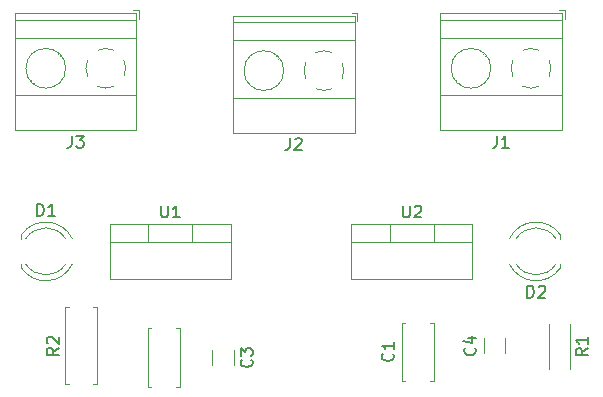
<source format=gbr>
%TF.GenerationSoftware,KiCad,Pcbnew,8.0.6*%
%TF.CreationDate,2024-11-04T14:24:17-05:00*%
%TF.ProjectId,Voltage regulator 5 and 9V,566f6c74-6167-4652-9072-6567756c6174,rev?*%
%TF.SameCoordinates,Original*%
%TF.FileFunction,Legend,Top*%
%TF.FilePolarity,Positive*%
%FSLAX46Y46*%
G04 Gerber Fmt 4.6, Leading zero omitted, Abs format (unit mm)*
G04 Created by KiCad (PCBNEW 8.0.6) date 2024-11-04 14:24:17*
%MOMM*%
%LPD*%
G01*
G04 APERTURE LIST*
%ADD10C,0.150000*%
%ADD11C,0.120000*%
G04 APERTURE END LIST*
D10*
X148738095Y-69629819D02*
X148738095Y-70439342D01*
X148738095Y-70439342D02*
X148785714Y-70534580D01*
X148785714Y-70534580D02*
X148833333Y-70582200D01*
X148833333Y-70582200D02*
X148928571Y-70629819D01*
X148928571Y-70629819D02*
X149119047Y-70629819D01*
X149119047Y-70629819D02*
X149214285Y-70582200D01*
X149214285Y-70582200D02*
X149261904Y-70534580D01*
X149261904Y-70534580D02*
X149309523Y-70439342D01*
X149309523Y-70439342D02*
X149309523Y-69629819D01*
X149738095Y-69725057D02*
X149785714Y-69677438D01*
X149785714Y-69677438D02*
X149880952Y-69629819D01*
X149880952Y-69629819D02*
X150119047Y-69629819D01*
X150119047Y-69629819D02*
X150214285Y-69677438D01*
X150214285Y-69677438D02*
X150261904Y-69725057D01*
X150261904Y-69725057D02*
X150309523Y-69820295D01*
X150309523Y-69820295D02*
X150309523Y-69915533D01*
X150309523Y-69915533D02*
X150261904Y-70058390D01*
X150261904Y-70058390D02*
X149690476Y-70629819D01*
X149690476Y-70629819D02*
X150309523Y-70629819D01*
X128278095Y-69629819D02*
X128278095Y-70439342D01*
X128278095Y-70439342D02*
X128325714Y-70534580D01*
X128325714Y-70534580D02*
X128373333Y-70582200D01*
X128373333Y-70582200D02*
X128468571Y-70629819D01*
X128468571Y-70629819D02*
X128659047Y-70629819D01*
X128659047Y-70629819D02*
X128754285Y-70582200D01*
X128754285Y-70582200D02*
X128801904Y-70534580D01*
X128801904Y-70534580D02*
X128849523Y-70439342D01*
X128849523Y-70439342D02*
X128849523Y-69629819D01*
X129849523Y-70629819D02*
X129278095Y-70629819D01*
X129563809Y-70629819D02*
X129563809Y-69629819D01*
X129563809Y-69629819D02*
X129468571Y-69772676D01*
X129468571Y-69772676D02*
X129373333Y-69867914D01*
X129373333Y-69867914D02*
X129278095Y-69915533D01*
X119584819Y-81666666D02*
X119108628Y-81999999D01*
X119584819Y-82238094D02*
X118584819Y-82238094D01*
X118584819Y-82238094D02*
X118584819Y-81857142D01*
X118584819Y-81857142D02*
X118632438Y-81761904D01*
X118632438Y-81761904D02*
X118680057Y-81714285D01*
X118680057Y-81714285D02*
X118775295Y-81666666D01*
X118775295Y-81666666D02*
X118918152Y-81666666D01*
X118918152Y-81666666D02*
X119013390Y-81714285D01*
X119013390Y-81714285D02*
X119061009Y-81761904D01*
X119061009Y-81761904D02*
X119108628Y-81857142D01*
X119108628Y-81857142D02*
X119108628Y-82238094D01*
X118680057Y-81285713D02*
X118632438Y-81238094D01*
X118632438Y-81238094D02*
X118584819Y-81142856D01*
X118584819Y-81142856D02*
X118584819Y-80904761D01*
X118584819Y-80904761D02*
X118632438Y-80809523D01*
X118632438Y-80809523D02*
X118680057Y-80761904D01*
X118680057Y-80761904D02*
X118775295Y-80714285D01*
X118775295Y-80714285D02*
X118870533Y-80714285D01*
X118870533Y-80714285D02*
X119013390Y-80761904D01*
X119013390Y-80761904D02*
X119584819Y-81333332D01*
X119584819Y-81333332D02*
X119584819Y-80714285D01*
X164374819Y-81706666D02*
X163898628Y-82039999D01*
X164374819Y-82278094D02*
X163374819Y-82278094D01*
X163374819Y-82278094D02*
X163374819Y-81897142D01*
X163374819Y-81897142D02*
X163422438Y-81801904D01*
X163422438Y-81801904D02*
X163470057Y-81754285D01*
X163470057Y-81754285D02*
X163565295Y-81706666D01*
X163565295Y-81706666D02*
X163708152Y-81706666D01*
X163708152Y-81706666D02*
X163803390Y-81754285D01*
X163803390Y-81754285D02*
X163851009Y-81801904D01*
X163851009Y-81801904D02*
X163898628Y-81897142D01*
X163898628Y-81897142D02*
X163898628Y-82278094D01*
X164374819Y-80754285D02*
X164374819Y-81325713D01*
X164374819Y-81039999D02*
X163374819Y-81039999D01*
X163374819Y-81039999D02*
X163517676Y-81135237D01*
X163517676Y-81135237D02*
X163612914Y-81230475D01*
X163612914Y-81230475D02*
X163660533Y-81325713D01*
X120706666Y-63714819D02*
X120706666Y-64429104D01*
X120706666Y-64429104D02*
X120659047Y-64571961D01*
X120659047Y-64571961D02*
X120563809Y-64667200D01*
X120563809Y-64667200D02*
X120420952Y-64714819D01*
X120420952Y-64714819D02*
X120325714Y-64714819D01*
X121087619Y-63714819D02*
X121706666Y-63714819D01*
X121706666Y-63714819D02*
X121373333Y-64095771D01*
X121373333Y-64095771D02*
X121516190Y-64095771D01*
X121516190Y-64095771D02*
X121611428Y-64143390D01*
X121611428Y-64143390D02*
X121659047Y-64191009D01*
X121659047Y-64191009D02*
X121706666Y-64286247D01*
X121706666Y-64286247D02*
X121706666Y-64524342D01*
X121706666Y-64524342D02*
X121659047Y-64619580D01*
X121659047Y-64619580D02*
X121611428Y-64667200D01*
X121611428Y-64667200D02*
X121516190Y-64714819D01*
X121516190Y-64714819D02*
X121230476Y-64714819D01*
X121230476Y-64714819D02*
X121135238Y-64667200D01*
X121135238Y-64667200D02*
X121087619Y-64619580D01*
X139171666Y-63909819D02*
X139171666Y-64624104D01*
X139171666Y-64624104D02*
X139124047Y-64766961D01*
X139124047Y-64766961D02*
X139028809Y-64862200D01*
X139028809Y-64862200D02*
X138885952Y-64909819D01*
X138885952Y-64909819D02*
X138790714Y-64909819D01*
X139600238Y-64005057D02*
X139647857Y-63957438D01*
X139647857Y-63957438D02*
X139743095Y-63909819D01*
X139743095Y-63909819D02*
X139981190Y-63909819D01*
X139981190Y-63909819D02*
X140076428Y-63957438D01*
X140076428Y-63957438D02*
X140124047Y-64005057D01*
X140124047Y-64005057D02*
X140171666Y-64100295D01*
X140171666Y-64100295D02*
X140171666Y-64195533D01*
X140171666Y-64195533D02*
X140124047Y-64338390D01*
X140124047Y-64338390D02*
X139552619Y-64909819D01*
X139552619Y-64909819D02*
X140171666Y-64909819D01*
X156706666Y-63714819D02*
X156706666Y-64429104D01*
X156706666Y-64429104D02*
X156659047Y-64571961D01*
X156659047Y-64571961D02*
X156563809Y-64667200D01*
X156563809Y-64667200D02*
X156420952Y-64714819D01*
X156420952Y-64714819D02*
X156325714Y-64714819D01*
X157706666Y-64714819D02*
X157135238Y-64714819D01*
X157420952Y-64714819D02*
X157420952Y-63714819D01*
X157420952Y-63714819D02*
X157325714Y-63857676D01*
X157325714Y-63857676D02*
X157230476Y-63952914D01*
X157230476Y-63952914D02*
X157135238Y-64000533D01*
X159266905Y-77414819D02*
X159266905Y-76414819D01*
X159266905Y-76414819D02*
X159505000Y-76414819D01*
X159505000Y-76414819D02*
X159647857Y-76462438D01*
X159647857Y-76462438D02*
X159743095Y-76557676D01*
X159743095Y-76557676D02*
X159790714Y-76652914D01*
X159790714Y-76652914D02*
X159838333Y-76843390D01*
X159838333Y-76843390D02*
X159838333Y-76986247D01*
X159838333Y-76986247D02*
X159790714Y-77176723D01*
X159790714Y-77176723D02*
X159743095Y-77271961D01*
X159743095Y-77271961D02*
X159647857Y-77367200D01*
X159647857Y-77367200D02*
X159505000Y-77414819D01*
X159505000Y-77414819D02*
X159266905Y-77414819D01*
X160219286Y-76510057D02*
X160266905Y-76462438D01*
X160266905Y-76462438D02*
X160362143Y-76414819D01*
X160362143Y-76414819D02*
X160600238Y-76414819D01*
X160600238Y-76414819D02*
X160695476Y-76462438D01*
X160695476Y-76462438D02*
X160743095Y-76510057D01*
X160743095Y-76510057D02*
X160790714Y-76605295D01*
X160790714Y-76605295D02*
X160790714Y-76700533D01*
X160790714Y-76700533D02*
X160743095Y-76843390D01*
X160743095Y-76843390D02*
X160171667Y-77414819D01*
X160171667Y-77414819D02*
X160790714Y-77414819D01*
X117756905Y-70494819D02*
X117756905Y-69494819D01*
X117756905Y-69494819D02*
X117995000Y-69494819D01*
X117995000Y-69494819D02*
X118137857Y-69542438D01*
X118137857Y-69542438D02*
X118233095Y-69637676D01*
X118233095Y-69637676D02*
X118280714Y-69732914D01*
X118280714Y-69732914D02*
X118328333Y-69923390D01*
X118328333Y-69923390D02*
X118328333Y-70066247D01*
X118328333Y-70066247D02*
X118280714Y-70256723D01*
X118280714Y-70256723D02*
X118233095Y-70351961D01*
X118233095Y-70351961D02*
X118137857Y-70447200D01*
X118137857Y-70447200D02*
X117995000Y-70494819D01*
X117995000Y-70494819D02*
X117756905Y-70494819D01*
X119280714Y-70494819D02*
X118709286Y-70494819D01*
X118995000Y-70494819D02*
X118995000Y-69494819D01*
X118995000Y-69494819D02*
X118899762Y-69637676D01*
X118899762Y-69637676D02*
X118804524Y-69732914D01*
X118804524Y-69732914D02*
X118709286Y-69780533D01*
X154809580Y-81666666D02*
X154857200Y-81714285D01*
X154857200Y-81714285D02*
X154904819Y-81857142D01*
X154904819Y-81857142D02*
X154904819Y-81952380D01*
X154904819Y-81952380D02*
X154857200Y-82095237D01*
X154857200Y-82095237D02*
X154761961Y-82190475D01*
X154761961Y-82190475D02*
X154666723Y-82238094D01*
X154666723Y-82238094D02*
X154476247Y-82285713D01*
X154476247Y-82285713D02*
X154333390Y-82285713D01*
X154333390Y-82285713D02*
X154142914Y-82238094D01*
X154142914Y-82238094D02*
X154047676Y-82190475D01*
X154047676Y-82190475D02*
X153952438Y-82095237D01*
X153952438Y-82095237D02*
X153904819Y-81952380D01*
X153904819Y-81952380D02*
X153904819Y-81857142D01*
X153904819Y-81857142D02*
X153952438Y-81714285D01*
X153952438Y-81714285D02*
X154000057Y-81666666D01*
X154238152Y-80809523D02*
X154904819Y-80809523D01*
X153857200Y-81047618D02*
X154571485Y-81285713D01*
X154571485Y-81285713D02*
X154571485Y-80666666D01*
X135909580Y-82666666D02*
X135957200Y-82714285D01*
X135957200Y-82714285D02*
X136004819Y-82857142D01*
X136004819Y-82857142D02*
X136004819Y-82952380D01*
X136004819Y-82952380D02*
X135957200Y-83095237D01*
X135957200Y-83095237D02*
X135861961Y-83190475D01*
X135861961Y-83190475D02*
X135766723Y-83238094D01*
X135766723Y-83238094D02*
X135576247Y-83285713D01*
X135576247Y-83285713D02*
X135433390Y-83285713D01*
X135433390Y-83285713D02*
X135242914Y-83238094D01*
X135242914Y-83238094D02*
X135147676Y-83190475D01*
X135147676Y-83190475D02*
X135052438Y-83095237D01*
X135052438Y-83095237D02*
X135004819Y-82952380D01*
X135004819Y-82952380D02*
X135004819Y-82857142D01*
X135004819Y-82857142D02*
X135052438Y-82714285D01*
X135052438Y-82714285D02*
X135100057Y-82666666D01*
X135004819Y-82333332D02*
X135004819Y-81714285D01*
X135004819Y-81714285D02*
X135385771Y-82047618D01*
X135385771Y-82047618D02*
X135385771Y-81904761D01*
X135385771Y-81904761D02*
X135433390Y-81809523D01*
X135433390Y-81809523D02*
X135481009Y-81761904D01*
X135481009Y-81761904D02*
X135576247Y-81714285D01*
X135576247Y-81714285D02*
X135814342Y-81714285D01*
X135814342Y-81714285D02*
X135909580Y-81761904D01*
X135909580Y-81761904D02*
X135957200Y-81809523D01*
X135957200Y-81809523D02*
X136004819Y-81904761D01*
X136004819Y-81904761D02*
X136004819Y-82190475D01*
X136004819Y-82190475D02*
X135957200Y-82285713D01*
X135957200Y-82285713D02*
X135909580Y-82333332D01*
X147859580Y-82166666D02*
X147907200Y-82214285D01*
X147907200Y-82214285D02*
X147954819Y-82357142D01*
X147954819Y-82357142D02*
X147954819Y-82452380D01*
X147954819Y-82452380D02*
X147907200Y-82595237D01*
X147907200Y-82595237D02*
X147811961Y-82690475D01*
X147811961Y-82690475D02*
X147716723Y-82738094D01*
X147716723Y-82738094D02*
X147526247Y-82785713D01*
X147526247Y-82785713D02*
X147383390Y-82785713D01*
X147383390Y-82785713D02*
X147192914Y-82738094D01*
X147192914Y-82738094D02*
X147097676Y-82690475D01*
X147097676Y-82690475D02*
X147002438Y-82595237D01*
X147002438Y-82595237D02*
X146954819Y-82452380D01*
X146954819Y-82452380D02*
X146954819Y-82357142D01*
X146954819Y-82357142D02*
X147002438Y-82214285D01*
X147002438Y-82214285D02*
X147050057Y-82166666D01*
X147954819Y-81214285D02*
X147954819Y-81785713D01*
X147954819Y-81499999D02*
X146954819Y-81499999D01*
X146954819Y-81499999D02*
X147097676Y-81595237D01*
X147097676Y-81595237D02*
X147192914Y-81690475D01*
X147192914Y-81690475D02*
X147240533Y-81785713D01*
D11*
%TO.C,U2*%
X144380000Y-71175000D02*
X144380000Y-75816000D01*
X144380000Y-71175000D02*
X154620000Y-71175000D01*
X144380000Y-72685000D02*
X154620000Y-72685000D01*
X144380000Y-75816000D02*
X154620000Y-75816000D01*
X147650000Y-71175000D02*
X147650000Y-72685000D01*
X151351000Y-71175000D02*
X151351000Y-72685000D01*
X154620000Y-71175000D02*
X154620000Y-75816000D01*
%TO.C,U1*%
X123920000Y-71175000D02*
X123920000Y-75816000D01*
X123920000Y-71175000D02*
X134160000Y-71175000D01*
X123920000Y-72685000D02*
X134160000Y-72685000D01*
X123920000Y-75816000D02*
X134160000Y-75816000D01*
X127190000Y-71175000D02*
X127190000Y-72685000D01*
X130891000Y-71175000D02*
X130891000Y-72685000D01*
X134160000Y-71175000D02*
X134160000Y-75816000D01*
%TO.C,R2*%
X122870000Y-78230000D02*
X122540000Y-78230000D01*
X120130000Y-78230000D02*
X120460000Y-78230000D01*
X122870000Y-84770000D02*
X122870000Y-78230000D01*
X122540000Y-84770000D02*
X122870000Y-84770000D01*
X120460000Y-84770000D02*
X120130000Y-84770000D01*
X120130000Y-84770000D02*
X120130000Y-78230000D01*
%TO.C,R1*%
X162920000Y-79620000D02*
X162920000Y-83460000D01*
X161080000Y-79620000D02*
X161080000Y-83460000D01*
%TO.C,J3*%
X126420000Y-53840000D02*
X126420000Y-53100000D01*
X126420000Y-53100000D02*
X125920000Y-53100000D01*
X126180000Y-63261000D02*
X126180000Y-53340000D01*
X126180000Y-63261000D02*
X115900000Y-63261000D01*
X126180000Y-60301000D02*
X115900000Y-60301000D01*
X126180000Y-55400000D02*
X115900000Y-55400000D01*
X126180000Y-53900000D02*
X115900000Y-53900000D01*
X126180000Y-53340000D02*
X115900000Y-53340000D01*
X119727000Y-56977000D02*
X119774000Y-56931000D01*
X119534000Y-56761000D02*
X119569000Y-56726000D01*
X117430000Y-59275000D02*
X117465000Y-59239000D01*
X117225000Y-59069000D02*
X117272000Y-59023000D01*
X115900000Y-63261000D02*
X115900000Y-53340000D01*
X125115427Y-57316958D02*
G75*
G02*
X125115000Y-58684000I-1535420J-683041D01*
G01*
X124263042Y-59535427D02*
G75*
G02*
X122896000Y-59535000I-683041J1535420D01*
G01*
X123551195Y-56319747D02*
G75*
G02*
X124264000Y-56465000I28806J-1680254D01*
G01*
X122896682Y-56465244D02*
G75*
G02*
X123580000Y-56320000I683318J-1534756D01*
G01*
X122044573Y-58683042D02*
G75*
G02*
X122045000Y-57316000I1535427J683042D01*
G01*
X120180000Y-58000000D02*
G75*
G02*
X116820000Y-58000000I-1680000J0D01*
G01*
X116820000Y-58000000D02*
G75*
G02*
X120180000Y-58000000I1680000J0D01*
G01*
%TO.C,J2*%
X144885000Y-54035000D02*
X144885000Y-53295000D01*
X144885000Y-53295000D02*
X144385000Y-53295000D01*
X144645000Y-63456000D02*
X144645000Y-53535000D01*
X144645000Y-63456000D02*
X134365000Y-63456000D01*
X144645000Y-60496000D02*
X134365000Y-60496000D01*
X144645000Y-55595000D02*
X134365000Y-55595000D01*
X144645000Y-54095000D02*
X134365000Y-54095000D01*
X144645000Y-53535000D02*
X134365000Y-53535000D01*
X138192000Y-57172000D02*
X138239000Y-57126000D01*
X137999000Y-56956000D02*
X138034000Y-56921000D01*
X135895000Y-59470000D02*
X135930000Y-59434000D01*
X135690000Y-59264000D02*
X135737000Y-59218000D01*
X134365000Y-63456000D02*
X134365000Y-53535000D01*
X143580427Y-57511958D02*
G75*
G02*
X143580000Y-58879000I-1535420J-683041D01*
G01*
X142728042Y-59730427D02*
G75*
G02*
X141361000Y-59730000I-683041J1535420D01*
G01*
X142016195Y-56514747D02*
G75*
G02*
X142729000Y-56660000I28806J-1680254D01*
G01*
X141361682Y-56660244D02*
G75*
G02*
X142045000Y-56515000I683318J-1534756D01*
G01*
X140509573Y-58878042D02*
G75*
G02*
X140510000Y-57511000I1535427J683042D01*
G01*
X138645000Y-58195000D02*
G75*
G02*
X135285000Y-58195000I-1680000J0D01*
G01*
X135285000Y-58195000D02*
G75*
G02*
X138645000Y-58195000I1680000J0D01*
G01*
%TO.C,J1*%
X162420000Y-53840000D02*
X162420000Y-53100000D01*
X162420000Y-53100000D02*
X161920000Y-53100000D01*
X162180000Y-63261000D02*
X162180000Y-53340000D01*
X162180000Y-63261000D02*
X151900000Y-63261000D01*
X162180000Y-60301000D02*
X151900000Y-60301000D01*
X162180000Y-55400000D02*
X151900000Y-55400000D01*
X162180000Y-53900000D02*
X151900000Y-53900000D01*
X162180000Y-53340000D02*
X151900000Y-53340000D01*
X155727000Y-56977000D02*
X155774000Y-56931000D01*
X155534000Y-56761000D02*
X155569000Y-56726000D01*
X153430000Y-59275000D02*
X153465000Y-59239000D01*
X153225000Y-59069000D02*
X153272000Y-59023000D01*
X151900000Y-63261000D02*
X151900000Y-53340000D01*
X161115427Y-57316958D02*
G75*
G02*
X161115000Y-58684000I-1535420J-683041D01*
G01*
X160263042Y-59535427D02*
G75*
G02*
X158896000Y-59535000I-683041J1535420D01*
G01*
X159551195Y-56319747D02*
G75*
G02*
X160264000Y-56465000I28806J-1680254D01*
G01*
X158896682Y-56465244D02*
G75*
G02*
X159580000Y-56320000I683318J-1534756D01*
G01*
X158044573Y-58683042D02*
G75*
G02*
X158045000Y-57316000I1535427J683042D01*
G01*
X156180000Y-58000000D02*
G75*
G02*
X152820000Y-58000000I-1680000J0D01*
G01*
X152820000Y-58000000D02*
G75*
G02*
X156180000Y-58000000I1680000J0D01*
G01*
%TO.C,D2*%
X162065000Y-74899000D02*
X162065000Y-74580000D01*
X162065000Y-72420000D02*
X162065000Y-72101000D01*
X162065000Y-74898749D02*
G75*
G02*
X157761758Y-74580724I-2060000J1398749D01*
G01*
X161688330Y-74580000D02*
G75*
G02*
X158322287Y-74580961I-1683330J1080000D01*
G01*
X158322287Y-72419039D02*
G75*
G02*
X161688330Y-72420000I1682713J-1080961D01*
G01*
X157761758Y-72419276D02*
G75*
G02*
X162065000Y-72101251I2243242J-1080724D01*
G01*
%TO.C,D1*%
X116435000Y-72101000D02*
X116435000Y-72420000D01*
X116435000Y-74580000D02*
X116435000Y-74899000D01*
X116435000Y-72101251D02*
G75*
G02*
X120738242Y-72419276I2060000J-1398749D01*
G01*
X116811670Y-72420000D02*
G75*
G02*
X120177713Y-72419039I1683330J-1080000D01*
G01*
X120177713Y-74580961D02*
G75*
G02*
X116811670Y-74580000I-1682713J1080961D01*
G01*
X120738242Y-74580724D02*
G75*
G02*
X116435000Y-74898749I-2243242J1080724D01*
G01*
%TO.C,C4*%
X157420000Y-82129000D02*
X157420000Y-80871000D01*
X155580000Y-82129000D02*
X155580000Y-80871000D01*
%TO.C,C3*%
X132580000Y-81871000D02*
X132580000Y-83129000D01*
X134420000Y-81871000D02*
X134420000Y-83129000D01*
%TO.C,C2*%
X129870000Y-80030000D02*
X129555000Y-80030000D01*
X129870000Y-80030000D02*
X129870000Y-84970000D01*
X127445000Y-80030000D02*
X127130000Y-80030000D01*
X127130000Y-80030000D02*
X127130000Y-84970000D01*
X129870000Y-84970000D02*
X129555000Y-84970000D01*
X127445000Y-84970000D02*
X127130000Y-84970000D01*
%TO.C,C1*%
X148630000Y-84470000D02*
X148945000Y-84470000D01*
X148630000Y-84470000D02*
X148630000Y-79530000D01*
X151055000Y-84470000D02*
X151370000Y-84470000D01*
X151370000Y-84470000D02*
X151370000Y-79530000D01*
X148630000Y-79530000D02*
X148945000Y-79530000D01*
X151055000Y-79530000D02*
X151370000Y-79530000D01*
%TD*%
M02*

</source>
